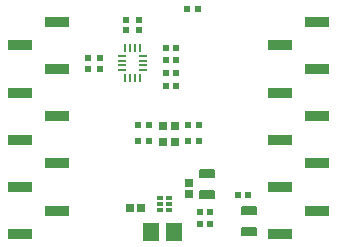
<source format=gtp>
%FSTAX23Y23*%
%MOIN*%
%SFA1B1*%

%IPPOS*%
%AMD16*
4,1,8,0.008400,0.009800,-0.008400,0.009800,-0.010800,0.007400,-0.010800,-0.007400,-0.008400,-0.009800,0.008400,-0.009800,0.010800,-0.007400,0.010800,0.007400,0.008400,0.009800,0.0*
1,1,0.004921,0.008400,0.007400*
1,1,0.004921,-0.008400,0.007400*
1,1,0.004921,-0.008400,-0.007400*
1,1,0.004921,0.008400,-0.007400*
%
%AMD17*
4,1,8,-0.009800,0.008400,-0.009800,-0.008400,-0.007400,-0.010800,0.007400,-0.010800,0.009800,-0.008400,0.009800,0.008400,0.007400,0.010800,-0.007400,0.010800,-0.009800,0.008400,0.0*
1,1,0.004921,-0.007400,0.008400*
1,1,0.004921,-0.007400,-0.008400*
1,1,0.004921,0.007400,-0.008400*
1,1,0.004921,0.007400,0.008400*
%
%AMD19*
4,1,8,-0.010200,0.004000,-0.010200,-0.004000,-0.008300,-0.005900,0.008300,-0.005900,0.010200,-0.004000,0.010200,0.004000,0.008300,0.005900,-0.008300,0.005900,-0.010200,0.004000,0.0*
1,1,0.003898,-0.008300,0.004000*
1,1,0.003898,-0.008300,-0.004000*
1,1,0.003898,0.008300,-0.004000*
1,1,0.003898,0.008300,0.004000*
%
%AMD20*
4,1,8,-0.009600,0.004000,-0.009600,-0.004000,-0.007700,-0.005900,0.007700,-0.005900,0.009600,-0.004000,0.009600,0.004000,0.007700,0.005900,-0.007700,0.005900,-0.009600,0.004000,0.0*
1,1,0.003898,-0.007700,0.004000*
1,1,0.003898,-0.007700,-0.004000*
1,1,0.003898,0.007700,-0.004000*
1,1,0.003898,0.007700,0.004000*
%
%AMD21*
4,1,8,-0.021900,-0.015000,0.021900,-0.015000,0.025600,-0.011200,0.025600,0.011200,0.021900,0.015000,-0.021900,0.015000,-0.025600,0.011200,-0.025600,-0.011200,-0.021900,-0.015000,0.0*
1,1,0.007480,-0.021900,-0.011200*
1,1,0.007480,0.021900,-0.011200*
1,1,0.007480,0.021900,0.011200*
1,1,0.007480,-0.021900,0.011200*
%
%ADD15R,0.052362X0.061811*%
G04~CAMADD=16~8~0.0~0.0~216.5~196.9~24.6~0.0~15~0.0~0.0~0.0~0.0~0~0.0~0.0~0.0~0.0~0~0.0~0.0~0.0~0.0~216.5~196.9*
%ADD16D16*%
G04~CAMADD=17~8~0.0~0.0~216.5~196.9~24.6~0.0~15~0.0~0.0~0.0~0.0~0~0.0~0.0~0.0~0.0~0~0.0~0.0~0.0~90.0~196.0~216.0*
%ADD17D17*%
%ADD18R,0.029921X0.028346*%
G04~CAMADD=19~8~0.0~0.0~118.1~204.7~19.5~0.0~15~0.0~0.0~0.0~0.0~0~0.0~0.0~0.0~0.0~0~0.0~0.0~0.0~90.0~204.0~118.0*
%ADD19D19*%
G04~CAMADD=20~8~0.0~0.0~118.1~192.9~19.5~0.0~15~0.0~0.0~0.0~0.0~0~0.0~0.0~0.0~0.0~0~0.0~0.0~0.0~90.0~193.0~118.0*
%ADD20D20*%
G04~CAMADD=21~8~0.0~0.0~511.8~299.2~37.4~0.0~15~0.0~0.0~0.0~0.0~0~0.0~0.0~0.0~0.0~0~0.0~0.0~0.0~180.0~513.0~300.0*
%ADD21D21*%
%ADD22R,0.028740X0.029134*%
%ADD23R,0.028346X0.029921*%
%ADD24R,0.031496X0.007874*%
%ADD25R,0.007874X0.031496*%
%ADD26R,0.082677X0.033465*%
%LNdeck-1*%
%LPD*%
G54D15*
X00519Y00261D03*
X00597D03*
G54D16*
X00437Y00968D03*
Y00933D03*
X00348Y00804D03*
Y0084D03*
X00308Y00804D03*
Y0084D03*
X00478Y00933D03*
Y00968D03*
G54D17*
X00568Y00875D03*
X00604D03*
Y00833D03*
X00568D03*
X00604Y0079D03*
X00568D03*
X00604Y00748D03*
X00568D03*
X00844Y00384D03*
X00808D03*
X00676Y01004D03*
X0064D03*
X00682Y00326D03*
X00717D03*
X00682Y00286D03*
X00717D03*
X00644Y00563D03*
X0068D03*
X00644Y00616D03*
X0068D03*
X00512Y00563D03*
X00477D03*
X00512Y00616D03*
X00477D03*
G54D18*
X00486Y0034D03*
X00448D03*
X00599Y00562D03*
X0056D03*
G54D19*
X00578Y00334D03*
G54D20*
X00578Y00373D03*
Y00353D03*
X00548D03*
Y00334D03*
Y00373D03*
G54D21*
X00845Y00262D03*
Y00332D03*
X00707Y00384D03*
Y00454D03*
G54D22*
X006Y00615D03*
X00559D03*
G54D23*
X00646Y00424D03*
Y00386D03*
G54D24*
X00422Y00847D03*
Y00832D03*
Y00816D03*
Y008D03*
X00493D03*
Y00816D03*
Y00832D03*
Y00847D03*
G54D25*
X00434Y00773D03*
X00449D03*
X00465D03*
X00481D03*
Y00875D03*
X00465D03*
X00449D03*
X00434D03*
G54D26*
X00206Y00962D03*
Y00804D03*
Y00647D03*
Y00489D03*
Y00332D03*
X00084Y00883D03*
Y00725D03*
Y0041D03*
Y00253D03*
Y00568D03*
X01072Y00962D03*
Y00804D03*
Y00647D03*
Y00489D03*
Y00332D03*
X0095Y00883D03*
Y00725D03*
Y0041D03*
Y00253D03*
Y00568D03*
M02*
</source>
